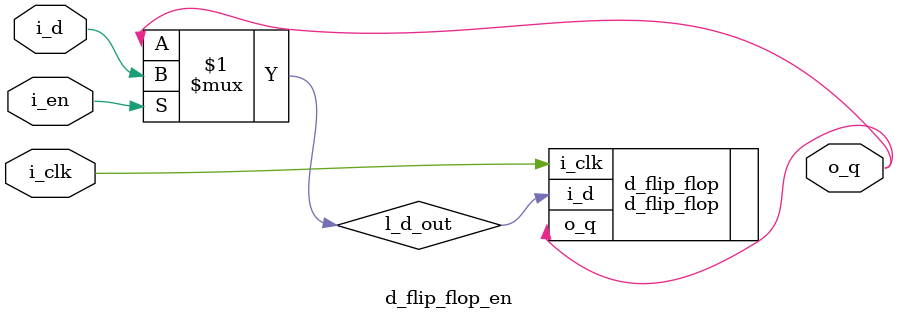
<source format=sv>
module d_flip_flop_en( input logic i_d,
                       input logic i_en,
                       input logic i_clk,
                       output logic o_q);
    logic l_d_out;

    assign l_d_out = i_en ? i_d : o_q; //checking if EN is set --> if set: D is Input, else: previous output

    d_flip_flop d_flip_flop(.i_d(l_d_out), .i_clk(i_clk), .o_q(o_q));
                                                   
endmodule

/*
 * Enabled FlipFlop is a D FlipFlop with an enabled signal EN 
 * EN allows to set input D individually 
 * D will only be set if EN is 1
 * if D is enabled, Output will be D when rising edge, else output
*/
</source>
